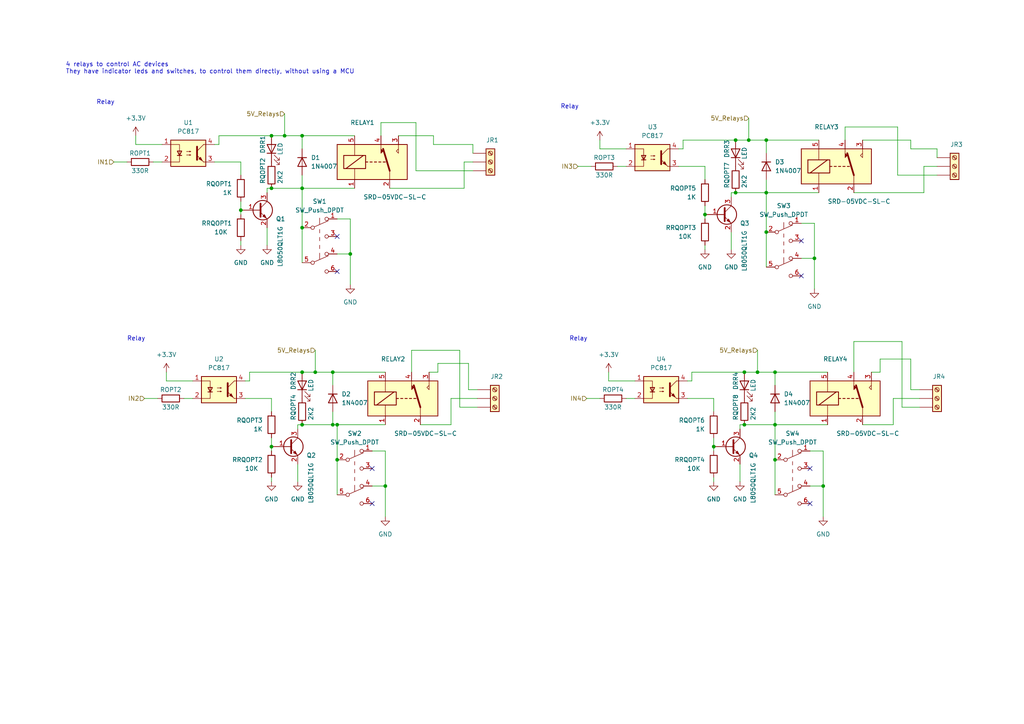
<source format=kicad_sch>
(kicad_sch (version 20211123) (generator eeschema)
  (paper "A4")
  (lib_symbols
    (symbol "Connector:Screw_Terminal_01x03" (pin_numbers hide) (pin_names (offset 1.016) hide)
      (property "Reference" "J" (at 0 5.08 0))
      (property "Value" "Screw_Terminal_01x03" (at 0 -5.08 0))
      (symbol "Screw_Terminal_01x03_1_1"
        (rectangle (start -1.27 3.81) (end 1.27 -3.81) (stroke (width 0.254)) (fill (type background)))
        (circle (center 0 -2.54) (radius 0.635) (stroke (width 0.1524)))
        (polyline (pts (xy -0.5334 -2.2098) (xy 0.3302 -3.048)) (stroke (width 0.1524)))
        (polyline (pts (xy -0.5334 0.3302) (xy 0.3302 -0.508)) (stroke (width 0.1524)))
        (polyline (pts (xy -0.5334 2.8702) (xy 0.3302 2.032)) (stroke (width 0.1524)))
        (polyline (pts (xy -0.3556 -2.032) (xy 0.508 -2.8702)) (stroke (width 0.1524)))
        (polyline (pts (xy -0.3556 0.508) (xy 0.508 -0.3302)) (stroke (width 0.1524)))
        (polyline (pts (xy -0.3556 3.048) (xy 0.508 2.2098)) (stroke (width 0.1524)))
        (circle (center 0 0) (radius 0.635) (stroke (width 0.1524)))
        (circle (center 0 2.54) (radius 0.635) (stroke (width 0.1524)))
        (pin passive line (at -5.08 2.54 0) (length 3.81) (name "Pin_1") (number "1"))
        (pin passive line (at -5.08 0 0) (length 3.81) (name "Pin_2") (number "2"))
        (pin passive line (at -5.08 -2.54 0) (length 3.81) (name "Pin_3") (number "3"))
      )
    )
    (symbol "Device:LED" (pin_numbers hide) (pin_names (offset 1.016) hide)
      (property "Reference" "D" (at 0 2.54 0))
      (property "Value" "LED" (at 0 -2.54 0))
      (symbol "LED_0_1"
        (polyline (pts (xy -1.27 -1.27) (xy -1.27 1.27)) (stroke (width 0.254)))
        (polyline (pts (xy -1.27 0) (xy 1.27 0)))
        (polyline (pts (xy 1.27 -1.27) (xy 1.27 1.27) (xy -1.27 0) (xy 1.27 -1.27)) (stroke (width 0.254)))
        (polyline (pts (xy -3.048 -0.762) (xy -4.572 -2.286) (xy -3.81 -2.286) (xy -4.572 -2.286) (xy -4.572 -1.524)))
        (polyline (pts (xy -1.778 -0.762) (xy -3.302 -2.286) (xy -2.54 -2.286) (xy -3.302 -2.286) (xy -3.302 -1.524)))
      )
      (symbol "LED_1_1"
        (pin passive line (at -3.81 0 0) (length 2.54) (name "K") (number "1"))
        (pin passive line (at 3.81 0 180) (length 2.54) (name "A") (number "2"))
      )
    )
    (symbol "Device:R" (pin_numbers hide) (pin_names (offset 0))
      (property "Reference" "R" (at 2.032 0 90))
      (property "Value" "R" (at 0 0 90))
      (symbol "R_0_1"
        (rectangle (start -1.016 -2.54) (end 1.016 2.54) (stroke (width 0.254)))
      )
      (symbol "R_1_1"
        (pin passive line (at 0 3.81 270) (length 1.27) (name "~") (number "1"))
        (pin passive line (at 0 -3.81 90) (length 1.27) (name "~") (number "2"))
      )
    )
    (symbol "Diode:1N4007" (pin_numbers hide) (pin_names hide)
      (property "Reference" "D" (at 0 2.54 0))
      (property "Value" "1N4007" (at 0 -2.54 0))
      (symbol "1N4007_0_1"
        (polyline (pts (xy -1.27 1.27) (xy -1.27 -1.27)) (stroke (width 0.254)))
        (polyline (pts (xy 1.27 0) (xy -1.27 0)))
        (polyline (pts (xy 1.27 1.27) (xy 1.27 -1.27) (xy -1.27 0) (xy 1.27 1.27)) (stroke (width 0.254)))
      )
      (symbol "1N4007_1_1"
        (pin passive line (at -3.81 0 0) (length 2.54) (name "K") (number "1"))
        (pin passive line (at 3.81 0 180) (length 2.54) (name "A") (number "2"))
      )
    )
    (symbol "Isolator:PC817" (pin_names (offset 1.016))
      (property "Reference" "U" (at -5.08 5.08 0))
      (property "Value" "PC817" (at 0 5.08 0))
      (symbol "PC817_0_1"
        (rectangle (start -5.08 3.81) (end 5.08 -3.81) (stroke (width 0.254)) (fill (type background)))
        (polyline (pts (xy -3.175 -0.635) (xy -1.905 -0.635)) (stroke (width 0.254)))
        (polyline (pts (xy 2.54 0.635) (xy 4.445 2.54)))
        (polyline (pts (xy 4.445 -2.54) (xy 2.54 -0.635)) (fill (type outline)))
        (polyline (pts (xy 4.445 -2.54) (xy 5.08 -2.54)))
        (polyline (pts (xy 4.445 2.54) (xy 5.08 2.54)))
        (polyline (pts (xy -5.08 2.54) (xy -2.54 2.54) (xy -2.54 -0.635)))
        (polyline (pts (xy -2.54 -0.635) (xy -2.54 -2.54) (xy -5.08 -2.54)))
        (polyline (pts (xy 2.54 1.905) (xy 2.54 -1.905) (xy 2.54 -1.905)) (stroke (width 0.508)))
        (polyline (pts (xy -2.54 -0.635) (xy -3.175 0.635) (xy -1.905 0.635) (xy -2.54 -0.635)) (stroke (width 0.254)))
        (polyline (pts (xy -0.508 -0.508) (xy 0.762 -0.508) (xy 0.381 -0.635) (xy 0.381 -0.381) (xy 0.762 -0.508)))
        (polyline (pts (xy -0.508 0.508) (xy 0.762 0.508) (xy 0.381 0.381) (xy 0.381 0.635) (xy 0.762 0.508)))
        (polyline (pts (xy 3.048 -1.651) (xy 3.556 -1.143) (xy 4.064 -2.159) (xy 3.048 -1.651) (xy 3.048 -1.651)) (fill (type outline)))
      )
      (symbol "PC817_1_1"
        (pin passive line (at -7.62 2.54 0) (length 2.54) (name "~") (number "1"))
        (pin passive line (at -7.62 -2.54 0) (length 2.54) (name "~") (number "2"))
        (pin passive line (at 7.62 -2.54 180) (length 2.54) (name "~") (number "3"))
        (pin passive line (at 7.62 2.54 180) (length 2.54) (name "~") (number "4"))
      )
    )
    (symbol "Relay:G5Q-1"
      (property "Reference" "K" (at 11.43 3.81 0))
      (property "Value" "G5Q-1" (at 11.43 1.27 0))
      (symbol "G5Q-1_0_0"
        (polyline (pts (xy 7.62 5.08) (xy 7.62 2.54) (xy 6.985 3.175) (xy 7.62 3.81)))
      )
      (symbol "G5Q-1_0_1"
        (rectangle (start -10.16 5.08) (end 10.16 -5.08) (stroke (width 0.254)) (fill (type background)))
        (rectangle (start -8.255 1.905) (end -1.905 -1.905) (stroke (width 0.254)))
        (polyline (pts (xy -7.62 -1.905) (xy -2.54 1.905)) (stroke (width 0.254)))
        (polyline (pts (xy -5.08 -5.08) (xy -5.08 -1.905)))
        (polyline (pts (xy -5.08 5.08) (xy -5.08 1.905)))
        (polyline (pts (xy -1.905 0) (xy -1.27 0)) (stroke (width 0.254)))
        (polyline (pts (xy -0.635 0) (xy 0 0)) (stroke (width 0.254)))
        (polyline (pts (xy 0.635 0) (xy 1.27 0)) (stroke (width 0.254)))
        (polyline (pts (xy 1.905 0) (xy 2.54 0)) (stroke (width 0.254)))
        (polyline (pts (xy 3.175 0) (xy 3.81 0)) (stroke (width 0.254)))
        (polyline (pts (xy 5.08 -2.54) (xy 3.175 3.81)) (stroke (width 0.508)))
        (polyline (pts (xy 5.08 -2.54) (xy 5.08 -5.08)))
        (polyline (pts (xy 2.54 5.08) (xy 2.54 2.54) (xy 3.175 3.175) (xy 2.54 3.81)) (fill (type outline)))
      )
      (symbol "G5Q-1_1_1"
        (pin passive line (at -5.08 -7.62 90) (length 2.54) (name "~") (number "1"))
        (pin passive line (at 5.08 -7.62 90) (length 2.54) (name "~") (number "2"))
        (pin passive line (at 7.62 7.62 270) (length 2.54) (name "~") (number "3"))
        (pin passive line (at 2.54 7.62 270) (length 2.54) (name "~") (number "4"))
        (pin passive line (at -5.08 7.62 270) (length 2.54) (name "~") (number "5"))
      )
    )
    (symbol "Switch:SW_Push_DPDT" (pin_names (offset 0) hide)
      (property "Reference" "SW" (at 0 8.89 0))
      (property "Value" "SW_Push_DPDT" (at 0 -10.16 0))
      (symbol "SW_Push_DPDT_0_0"
        (circle (center -2.032 -5.08) (radius 0.508))
        (circle (center -2.032 5.08) (radius 0.508))
        (circle (center 2.032 -7.62) (radius 0.508))
        (circle (center 2.032 2.54) (radius 0.508))
      )
      (symbol "SW_Push_DPDT_0_1"
        (polyline (pts (xy -1.524 -4.826) (xy 2.54 -3.048)))
        (polyline (pts (xy -1.524 5.334) (xy 2.54 7.112)))
        (polyline (pts (xy 0 -2.286) (xy 0 -4.064)))
        (polyline (pts (xy 0 -1.016) (xy 0 0)))
        (polyline (pts (xy 0 1.27) (xy 0 2.286)))
        (polyline (pts (xy 0 3.556) (xy 0 4.572)))
        (polyline (pts (xy 0 7.874) (xy 0 6.096)))
        (circle (center 2.032 -2.54) (radius 0.508))
        (circle (center 2.032 7.62) (radius 0.508))
      )
      (symbol "SW_Push_DPDT_1_1"
        (pin passive line (at 5.08 7.62 180) (length 2.54) (name "A") (number "1"))
        (pin passive line (at -5.08 5.08 0) (length 2.54) (name "B") (number "2"))
        (pin passive line (at 5.08 2.54 180) (length 2.54) (name "C") (number "3"))
        (pin passive line (at 5.08 -2.54 180) (length 2.54) (name "A") (number "4"))
        (pin passive line (at -5.08 -5.08 0) (length 2.54) (name "B") (number "5"))
        (pin passive line (at 5.08 -7.62 180) (length 2.54) (name "C") (number "6"))
      )
    )
    (symbol "Transistor_BJT:BC848W" (pin_names (offset 0) hide)
      (property "Reference" "Q" (at 5.08 1.905 0))
      (property "Value" "BC848W" (at 5.08 0 0))
      (symbol "BC848W_0_1"
        (polyline (pts (xy 0.635 0.635) (xy 2.54 2.54)))
        (polyline (pts (xy 0.635 -0.635) (xy 2.54 -2.54) (xy 2.54 -2.54)))
        (polyline (pts (xy 0.635 1.905) (xy 0.635 -1.905) (xy 0.635 -1.905)) (stroke (width 0.508)))
        (polyline (pts (xy 1.27 -1.778) (xy 1.778 -1.27) (xy 2.286 -2.286) (xy 1.27 -1.778) (xy 1.27 -1.778)) (fill (type outline)))
        (circle (center 1.27 0) (radius 2.8194) (stroke (width 0.254)))
      )
      (symbol "BC848W_1_1"
        (pin input line (at -5.08 0 0) (length 5.715) (name "B") (number "1"))
        (pin passive line (at 2.54 -5.08 90) (length 2.54) (name "E") (number "2"))
        (pin passive line (at 2.54 5.08 270) (length 2.54) (name "C") (number "3"))
      )
    )
    (symbol "power:+3.3V" (power) (pin_names (offset 0))
      (property "Value" "+3.3V" (at 0 3.556 0))
      (symbol "+3.3V_0_1"
        (polyline (pts (xy -0.762 1.27) (xy 0 2.54)))
        (polyline (pts (xy 0 0) (xy 0 2.54)))
        (polyline (pts (xy 0 2.54) (xy 0.762 1.27)))
      )
      (symbol "+3.3V_1_1"
        (pin power_in line (at 0 0 90) (length 0) hide (name "+3.3V") (number "1"))
      )
    )
    (symbol "power:GND" (power) (pin_names (offset 0))
      (property "Value" "GND" (at 0 -3.81 0))
      (symbol "GND_0_1"
        (polyline (pts (xy 0 0) (xy 0 -1.27) (xy 1.27 -1.27) (xy 0 -2.54) (xy -1.27 -1.27) (xy 0 -1.27)))
      )
      (symbol "GND_1_1"
        (pin power_in line (at 0 0 270) (length 0) hide (name "GND") (number "1"))
      )
    )
  )
  (junction (at 69.85 60.96))
  (junction (at 97.79 123.19))
  (junction (at 222.25 40.64))
  (junction (at 87.63 39.37))
  (junction (at 96.52 107.95))
  (junction (at 222.25 67.31))
  (junction (at 87.63 54.61))
  (junction (at 97.79 133.35))
  (junction (at 217.17 40.64))
  (junction (at 82.55 39.37))
  (junction (at 96.52 123.19))
  (junction (at 222.25 55.88))
  (junction (at 87.63 107.95))
  (junction (at 224.79 133.35))
  (junction (at 215.9 107.95))
  (junction (at 204.47 62.23))
  (junction (at 238.76 140.97))
  (junction (at 87.63 123.19))
  (junction (at 213.36 40.64))
  (junction (at 224.79 107.95))
  (junction (at 87.63 66.04))
  (junction (at 215.9 123.19))
  (junction (at 111.76 140.97))
  (junction (at 78.74 54.61))
  (junction (at 236.22 74.93))
  (junction (at 213.36 55.88))
  (junction (at 78.74 129.54))
  (junction (at 207.01 129.54))
  (junction (at 78.74 39.37))
  (junction (at 224.79 123.19))
  (junction (at 91.44 107.95))
  (junction (at 101.6 73.66))
  (junction (at 219.71 107.95))
  (no_connect (at 232.41 69.85))
  (no_connect (at 234.95 146.05))
  (no_connect (at 234.95 135.89))
  (no_connect (at 232.41 80.01))
  (no_connect (at 107.95 146.05))
  (no_connect (at 107.95 135.89))
  (no_connect (at 97.79 68.58))
  (no_connect (at 97.79 78.74))
  (wire (pts (xy 259.08 123.19) (xy 259.08 115.57)))
  (wire (pts (xy 101.6 63.5) (xy 101.6 73.66)))
  (wire (pts (xy 48.26 110.49) (xy 55.88 110.49)))
  (wire (pts (xy 87.63 54.61) (xy 102.87 54.61)))
  (wire (pts (xy 217.17 40.64) (xy 222.25 40.64)))
  (wire (pts (xy 97.79 123.19) (xy 111.76 123.19)))
  (wire (pts (xy 255.27 104.14) (xy 255.27 107.95)))
  (wire (pts (xy 261.62 99.06) (xy 261.62 118.11)))
  (wire (pts (xy 247.65 99.06) (xy 247.65 107.95)))
  (wire (pts (xy 245.11 40.64) (xy 245.11 36.83)))
  (wire (pts (xy 173.99 40.64) (xy 173.99 43.18)))
  (wire (pts (xy 127 107.95) (xy 127 105.41)))
  (wire (pts (xy 207.01 119.38) (xy 207.01 115.57)))
  (wire (pts (xy 247.65 99.06) (xy 261.62 99.06)))
  (wire (pts (xy 222.25 55.88) (xy 222.25 67.31)))
  (wire (pts (xy 173.99 43.18) (xy 181.61 43.18)))
  (wire (pts (xy 78.74 127) (xy 78.74 129.54)))
  (wire (pts (xy 224.79 123.19) (xy 215.9 123.19)))
  (wire (pts (xy 170.18 115.57) (xy 173.99 115.57)))
  (wire (pts (xy 204.47 52.07) (xy 204.47 48.26)))
  (wire (pts (xy 204.47 59.69) (xy 204.47 62.23)))
  (wire (pts (xy 224.79 123.19) (xy 240.03 123.19)))
  (wire (pts (xy 133.35 101.6) (xy 133.35 118.11)))
  (wire (pts (xy 250.19 123.19) (xy 259.08 123.19)))
  (wire (pts (xy 86.36 134.62) (xy 86.36 139.7)))
  (wire (pts (xy 111.76 107.95) (xy 96.52 107.95)))
  (wire (pts (xy 97.79 123.19) (xy 97.79 133.35)))
  (wire (pts (xy 102.87 39.37) (xy 87.63 39.37)))
  (wire (pts (xy 222.25 52.07) (xy 222.25 55.88)))
  (wire (pts (xy 120.65 49.53) (xy 137.16 49.53)))
  (wire (pts (xy 271.78 43.18) (xy 271.78 45.72)))
  (wire (pts (xy 91.44 101.6) (xy 91.44 107.95)))
  (wire (pts (xy 250.19 40.64) (xy 264.16 40.64)))
  (wire (pts (xy 39.37 41.91) (xy 46.99 41.91)))
  (wire (pts (xy 69.85 71.12) (xy 69.85 69.85)))
  (wire (pts (xy 238.76 140.97) (xy 238.76 149.86)))
  (wire (pts (xy 135.89 105.41) (xy 135.89 113.03)))
  (wire (pts (xy 264.16 104.14) (xy 264.16 113.03)))
  (wire (pts (xy 238.76 130.81) (xy 234.95 130.81)))
  (wire (pts (xy 87.63 50.8) (xy 87.63 54.61)))
  (wire (pts (xy 33.02 46.99) (xy 36.83 46.99)))
  (wire (pts (xy 97.79 133.35) (xy 97.79 143.51)))
  (wire (pts (xy 199.39 110.49) (xy 200.66 110.49)))
  (wire (pts (xy 222.25 40.64) (xy 222.25 44.45)))
  (wire (pts (xy 125.73 41.91) (xy 137.16 41.91)))
  (wire (pts (xy 63.5 39.37) (xy 63.5 41.91)))
  (wire (pts (xy 130.81 123.19) (xy 130.81 115.57)))
  (wire (pts (xy 121.92 123.19) (xy 130.81 123.19)))
  (wire (pts (xy 44.45 46.99) (xy 46.99 46.99)))
  (wire (pts (xy 224.79 119.38) (xy 224.79 123.19)))
  (wire (pts (xy 204.47 72.39) (xy 204.47 71.12)))
  (wire (pts (xy 247.65 55.88) (xy 267.97 55.88)))
  (wire (pts (xy 267.97 48.26) (xy 267.97 55.88)))
  (wire (pts (xy 260.35 50.8) (xy 271.78 50.8)))
  (wire (pts (xy 134.62 46.99) (xy 137.16 46.99)))
  (wire (pts (xy 204.47 62.23) (xy 204.47 63.5)))
  (wire (pts (xy 41.91 115.57) (xy 45.72 115.57)))
  (wire (pts (xy 137.16 44.45) (xy 137.16 41.91)))
  (wire (pts (xy 181.61 115.57) (xy 184.15 115.57)))
  (wire (pts (xy 222.25 55.88) (xy 237.49 55.88)))
  (wire (pts (xy 207.01 139.7) (xy 207.01 138.43)))
  (wire (pts (xy 111.76 140.97) (xy 111.76 149.86)))
  (wire (pts (xy 87.63 54.61) (xy 87.63 66.04)))
  (wire (pts (xy 198.12 40.64) (xy 198.12 43.18)))
  (wire (pts (xy 260.35 50.8) (xy 260.35 36.83)))
  (wire (pts (xy 222.25 55.88) (xy 213.36 55.88)))
  (wire (pts (xy 135.89 105.41) (xy 127 105.41)))
  (wire (pts (xy 87.63 54.61) (xy 78.74 54.61)))
  (wire (pts (xy 134.62 46.99) (xy 134.62 54.61)))
  (wire (pts (xy 78.74 119.38) (xy 78.74 115.57)))
  (wire (pts (xy 119.38 101.6) (xy 119.38 107.95)))
  (wire (pts (xy 96.52 123.19) (xy 87.63 123.19)))
  (wire (pts (xy 48.26 107.95) (xy 48.26 110.49)))
  (wire (pts (xy 215.9 123.19) (xy 214.63 123.19)))
  (wire (pts (xy 87.63 123.19) (xy 86.36 123.19)))
  (wire (pts (xy 167.64 48.26) (xy 171.45 48.26)))
  (wire (pts (xy 240.03 107.95) (xy 224.79 107.95)))
  (wire (pts (xy 39.37 39.37) (xy 39.37 41.91)))
  (wire (pts (xy 219.71 107.95) (xy 224.79 107.95)))
  (wire (pts (xy 238.76 130.81) (xy 238.76 140.97)))
  (wire (pts (xy 87.63 107.95) (xy 91.44 107.95)))
  (wire (pts (xy 236.22 74.93) (xy 236.22 83.82)))
  (wire (pts (xy 213.36 40.64) (xy 217.17 40.64)))
  (wire (pts (xy 212.09 55.88) (xy 212.09 57.15)))
  (wire (pts (xy 87.63 66.04) (xy 87.63 76.2)))
  (wire (pts (xy 77.47 66.04) (xy 77.47 71.12)))
  (wire (pts (xy 224.79 107.95) (xy 224.79 111.76)))
  (wire (pts (xy 179.07 48.26) (xy 181.61 48.26)))
  (wire (pts (xy 224.79 133.35) (xy 224.79 143.51)))
  (wire (pts (xy 215.9 107.95) (xy 219.71 107.95)))
  (wire (pts (xy 107.95 140.97) (xy 111.76 140.97)))
  (wire (pts (xy 214.63 134.62) (xy 214.63 139.7)))
  (wire (pts (xy 69.85 60.96) (xy 69.85 62.23)))
  (wire (pts (xy 69.85 46.99) (xy 62.23 46.99)))
  (wire (pts (xy 78.74 39.37) (xy 82.55 39.37)))
  (wire (pts (xy 120.65 49.53) (xy 120.65 35.56)))
  (wire (pts (xy 245.11 36.83) (xy 260.35 36.83)))
  (wire (pts (xy 176.53 110.49) (xy 184.15 110.49)))
  (wire (pts (xy 234.95 140.97) (xy 238.76 140.97)))
  (wire (pts (xy 113.03 54.61) (xy 134.62 54.61)))
  (wire (pts (xy 219.71 101.6) (xy 219.71 107.95)))
  (wire (pts (xy 101.6 73.66) (xy 101.6 82.55)))
  (wire (pts (xy 69.85 58.42) (xy 69.85 60.96)))
  (wire (pts (xy 130.81 115.57) (xy 138.43 115.57)))
  (wire (pts (xy 71.12 110.49) (xy 72.39 110.49)))
  (wire (pts (xy 96.52 119.38) (xy 96.52 123.19)))
  (wire (pts (xy 78.74 115.57) (xy 71.12 115.57)))
  (wire (pts (xy 213.36 40.64) (xy 198.12 40.64)))
  (wire (pts (xy 78.74 39.37) (xy 63.5 39.37)))
  (wire (pts (xy 72.39 107.95) (xy 72.39 110.49)))
  (wire (pts (xy 78.74 54.61) (xy 77.47 54.61)))
  (wire (pts (xy 236.22 64.77) (xy 236.22 74.93)))
  (wire (pts (xy 124.46 107.95) (xy 127 107.95)))
  (wire (pts (xy 96.52 123.19) (xy 97.79 123.19)))
  (wire (pts (xy 77.47 54.61) (xy 77.47 55.88)))
  (wire (pts (xy 97.79 73.66) (xy 101.6 73.66)))
  (wire (pts (xy 271.78 43.18) (xy 264.16 43.18)))
  (wire (pts (xy 53.34 115.57) (xy 55.88 115.57)))
  (wire (pts (xy 96.52 107.95) (xy 96.52 111.76)))
  (wire (pts (xy 111.76 130.81) (xy 107.95 130.81)))
  (wire (pts (xy 207.01 129.54) (xy 207.01 130.81)))
  (wire (pts (xy 207.01 127) (xy 207.01 129.54)))
  (wire (pts (xy 115.57 39.37) (xy 125.73 39.37)))
  (wire (pts (xy 236.22 64.77) (xy 232.41 64.77)))
  (wire (pts (xy 125.73 39.37) (xy 125.73 41.91)))
  (wire (pts (xy 267.97 48.26) (xy 271.78 48.26)))
  (wire (pts (xy 212.09 67.31) (xy 212.09 72.39)))
  (wire (pts (xy 215.9 107.95) (xy 200.66 107.95)))
  (wire (pts (xy 224.79 123.19) (xy 224.79 133.35)))
  (wire (pts (xy 78.74 129.54) (xy 78.74 130.81)))
  (wire (pts (xy 82.55 33.02) (xy 82.55 39.37)))
  (wire (pts (xy 261.62 118.11) (xy 266.7 118.11)))
  (wire (pts (xy 200.66 107.95) (xy 200.66 110.49)))
  (wire (pts (xy 204.47 48.26) (xy 196.85 48.26)))
  (wire (pts (xy 222.25 67.31) (xy 222.25 77.47)))
  (wire (pts (xy 111.76 130.81) (xy 111.76 140.97)))
  (wire (pts (xy 214.63 123.19) (xy 214.63 124.46)))
  (wire (pts (xy 255.27 107.95) (xy 252.73 107.95)))
  (wire (pts (xy 119.38 101.6) (xy 133.35 101.6)))
  (wire (pts (xy 196.85 43.18) (xy 198.12 43.18)))
  (wire (pts (xy 133.35 118.11) (xy 138.43 118.11)))
  (wire (pts (xy 110.49 35.56) (xy 120.65 35.56)))
  (wire (pts (xy 101.6 63.5) (xy 97.79 63.5)))
  (wire (pts (xy 87.63 107.95) (xy 72.39 107.95)))
  (wire (pts (xy 264.16 104.14) (xy 255.27 104.14)))
  (wire (pts (xy 138.43 113.03) (xy 135.89 113.03)))
  (wire (pts (xy 232.41 74.93) (xy 236.22 74.93)))
  (wire (pts (xy 176.53 107.95) (xy 176.53 110.49)))
  (wire (pts (xy 82.55 39.37) (xy 87.63 39.37)))
  (wire (pts (xy 69.85 50.8) (xy 69.85 46.99)))
  (wire (pts (xy 110.49 39.37) (xy 110.49 35.56)))
  (wire (pts (xy 78.74 139.7) (xy 78.74 138.43)))
  (wire (pts (xy 266.7 113.03) (xy 264.16 113.03)))
  (wire (pts (xy 259.08 115.57) (xy 266.7 115.57)))
  (wire (pts (xy 217.17 34.29) (xy 217.17 40.64)))
  (wire (pts (xy 237.49 40.64) (xy 222.25 40.64)))
  (wire (pts (xy 87.63 39.37) (xy 87.63 43.18)))
  (wire (pts (xy 86.36 123.19) (xy 86.36 124.46)))
  (wire (pts (xy 62.23 41.91) (xy 63.5 41.91)))
  (wire (pts (xy 264.16 40.64) (xy 264.16 43.18)))
  (wire (pts (xy 213.36 55.88) (xy 212.09 55.88)))
  (wire (pts (xy 207.01 115.57) (xy 199.39 115.57)))
  (wire (pts (xy 91.44 107.95) (xy 96.52 107.95)))
  (text "Relay" (at 27.94 30.48 0) (effects (font (size 1.27 1.27)) (justify left bottom)))
  (text "Relay" (at 165.1 99.06 0) (effects (font (size 1.27 1.27)) (justify left bottom)))
  (text "4 relays to control AC devices\nThey have indicator leds and switches, to control them directly, without using a MCU" (at 19.05 21.59 0) (effects (font (size 1.27 1.27)) (justify left bottom)))
  (text "Relay" (at 162.56 31.75 0) (effects (font (size 1.27 1.27)) (justify left bottom)))
  (text "Relay" (at 36.83 99.06 0) (effects (font (size 1.27 1.27)) (justify left bottom)))
  (hierarchical_label "5V_Relays" (shape input) (at 91.44 101.6 180))
  (hierarchical_label "5V_Relays" (shape input) (at 82.55 33.02 180))
  (hierarchical_label "IN2" (shape input) (at 41.91 115.57 180))
  (hierarchical_label "IN1" (shape input) (at 33.02 46.99 180))
  (hierarchical_label "5V_Relays" (shape input) (at 217.17 34.29 180))
  (hierarchical_label "5V_Relays" (shape input) (at 219.71 101.6 180))
  (hierarchical_label "IN4" (shape input) (at 170.18 115.57 180))
  (hierarchical_label "IN3" (shape input) (at 167.64 48.26 180))
  (symbol (lib_id "Connector:Screw_Terminal_01x03") (at 271.78 115.57 0) (unit 1)
    (property "Reference" "JR4" (at 270.51 109.22 0) (effects (justify left)))
    (property "Value" "Screw_Terminal_01x03" (effects hide))
    (property "Footprint" "Screw-3-pin:Screw-3-pin-conn" (effects hide))
  )
  (symbol (lib_id "Connector:Screw_Terminal_01x03") (at 142.24 46.99 0) (unit 1)
    (property "Reference" "JR1" (at 140.97 40.64 0) (effects (justify left)))
    (property "Value" "Screw_Terminal_01x03" (effects hide))
    (property "Footprint" "Screw-3-pin:Screw-3-pin-conn" (effects hide))
  )
  (symbol (lib_id "power:GND") (at 207.01 139.7 0) (unit 1)
    (property "Reference" "#PWR0128" (effects hide))
    (property "Value" "GND" (at 207.01 144.78 0))
  )
  (symbol (lib_id "power:GND") (at 236.22 83.82 0) (unit 1)
    (property "Reference" "#PWR0123" (effects hide))
    (property "Value" "GND" (at 236.22 88.9 0))
  )
  (symbol (lib_id "Diode:1N4007") (at 222.25 48.26 270) (unit 1)
    (property "Reference" "D3" (at 224.79 46.9899 90) (effects (justify left)))
    (property "Value" "1N4007" (at 224.79 49.5299 90) (effects (justify left)))
    (property "Footprint" "Diode_SMD:D_SMA" (effects hide))
    (property "Datasheet" "http://www.vishay.com/docs/88503/1n4001.pdf" (effects hide))
  )
  (symbol (lib_id "Isolator:PC817") (at 54.61 44.45 0) (unit 1)
    (property "Reference" "U1" (at 54.61 35.56 0))
    (property "Value" "PC817" (at 54.61 38.1 0))
    (property "Footprint" "Package_SO:SOP-4_3.8x4.1mm_P2.54mm" (effects hide))
    (property "Datasheet" "http://www.soselectronic.cz/a_info/resource/d/pc817.pdf" (effects hide))
  )
  (symbol (lib_id "Device:R") (at 49.53 115.57 90) (unit 1)
    (property "Reference" "ROPT2" (at 49.53 113.03 90))
    (property "Value" "330R" (at 49.53 118.11 90))
    (property "Footprint" "Resistor_SMD:R_0805_2012Metric" (effects hide))
  )
  (symbol (lib_id "Isolator:PC817") (at 63.5 113.03 0) (unit 1)
    (property "Reference" "U2" (at 63.5 104.14 0))
    (property "Value" "PC817" (at 63.5 106.68 0))
    (property "Footprint" "Package_SO:SOP-4_3.8x4.1mm_P2.54mm" (effects hide))
    (property "Datasheet" "http://www.soselectronic.cz/a_info/resource/d/pc817.pdf" (effects hide))
  )
  (symbol (lib_id "Device:R") (at 204.47 67.31 0) (unit 1)
    (property "Reference" "RRQOPT3" (at 201.93 66.04 0) (effects (justify right)))
    (property "Value" "10K" (at 200.66 68.58 0) (effects (justify right)))
    (property "Footprint" "Resistor_SMD:R_0805_2012Metric" (effects hide))
  )
  (symbol (lib_id "Device:R") (at 175.26 48.26 90) (unit 1)
    (property "Reference" "ROPT3" (at 175.26 45.72 90))
    (property "Value" "330R" (at 175.26 50.8 90))
    (property "Footprint" "Resistor_SMD:R_0805_2012Metric" (effects hide))
  )
  (symbol (lib_id "Isolator:PC817") (at 189.23 45.72 0) (unit 1)
    (property "Reference" "U3" (at 189.23 36.83 0))
    (property "Value" "PC817" (at 189.23 39.37 0))
    (property "Footprint" "Package_SO:SOP-4_3.8x4.1mm_P2.54mm" (effects hide))
    (property "Datasheet" "http://www.soselectronic.cz/a_info/resource/d/pc817.pdf" (effects hide))
  )
  (symbol (lib_id "Device:R") (at 207.01 123.19 0) (mirror x) (unit 1)
    (property "Reference" "RQOPT6" (at 204.47 121.9199 0) (effects (justify right)))
    (property "Value" "1K" (at 204.47 124.4599 0) (effects (justify right)))
    (property "Footprint" "Resistor_SMD:R_0805_2012Metric" (effects hide))
  )
  (symbol (lib_id "Transistor_BJT:BC848W") (at 74.93 60.96 0) (unit 1)
    (property "Reference" "Q1" (at 80.01 63.5 0) (effects (justify left)))
    (property "Value" "L8050QLT1G" (at 81.28 77.47 90) (effects (justify left)))
    (property "Footprint" "Package_TO_SOT_SMD:SOT-23" (effects hide))
    (property "Datasheet" "https://datasheet.lcsc.com/lcsc/1809051326_LRC-L8050QLT1G_C49581.pdf" (effects hide))
  )
  (symbol (lib_id "Device:R") (at 204.47 55.88 0) (mirror x) (unit 1)
    (property "Reference" "RQOPT5" (at 201.93 54.6099 0) (effects (justify right)))
    (property "Value" "1K" (at 201.93 57.1499 0) (effects (justify right)))
    (property "Footprint" "Resistor_SMD:R_0805_2012Metric" (effects hide))
  )
  (symbol (lib_id "Device:R") (at 177.8 115.57 90) (unit 1)
    (property "Reference" "ROPT4" (at 177.8 113.03 90))
    (property "Value" "330R" (at 177.8 118.11 90))
    (property "Footprint" "Resistor_SMD:R_0805_2012Metric" (effects hide))
  )
  (symbol (lib_id "Relay:G5Q-1") (at 107.95 46.99 0) (unit 1)
    (property "Reference" "RELAY1" (at 101.6 35.56 0) (effects (justify left)))
    (property "Value" "SRD-05VDC-SL-C" (at 105.41 57.15 0) (effects (justify left)))
    (property "Footprint" "Relay-SRD-05VDC-SL-C:Relay_T75" (effects hide))
    (property "Datasheet" "https://datasheet.lcsc.com/lcsc/1811021933_Ningbo-Songle-Relay-SRD-05VDC-SL-C_C35449.pdf" (effects hide))
  )
  (symbol (lib_id "power:GND") (at 238.76 149.86 0) (unit 1)
    (property "Reference" "#PWR0124" (effects hide))
    (property "Value" "GND" (at 238.76 154.94 0))
  )
  (symbol (lib_id "Relay:G5Q-1") (at 116.84 115.57 0) (unit 1)
    (property "Reference" "RELAY2" (at 110.49 104.14 0) (effects (justify left)))
    (property "Value" "SRD-05VDC-SL-C" (at 114.3 125.73 0) (effects (justify left)))
    (property "Footprint" "Relay-SRD-05VDC-SL-C:Relay_T75" (effects hide))
    (property "Datasheet" "https://datasheet.lcsc.com/lcsc/1811021933_Ningbo-Songle-Relay-SRD-05VDC-SL-C_C35449.pdf" (effects hide))
  )
  (symbol (lib_id "Device:R") (at 87.63 119.38 0) (mirror x) (unit 1)
    (property "Reference" "RQOPT4" (at 85.09 121.92 90) (effects (justify right)))
    (property "Value" "2K2" (at 90.17 121.92 90) (effects (justify right)))
    (property "Footprint" "Resistor_SMD:R_0805_2012Metric" (effects hide))
  )
  (symbol (lib_id "Connector:Screw_Terminal_01x03") (at 143.51 115.57 0) (unit 1)
    (property "Reference" "JR2" (at 142.24 109.22 0) (effects (justify left)))
    (property "Value" "Screw_Terminal_01x03" (effects hide))
    (property "Footprint" "Screw-3-pin:Screw-3-pin-conn" (effects hide))
  )
  (symbol (lib_id "power:+3.3V") (at 48.26 107.95 0) (unit 1)
    (property "Reference" "#PWR0113" (effects hide))
    (property "Value" "+3.3V" (at 48.26 102.87 0))
  )
  (symbol (lib_id "power:GND") (at 78.74 139.7 0) (unit 1)
    (property "Reference" "#PWR0126" (effects hide))
    (property "Value" "GND" (at 78.74 144.78 0))
  )
  (symbol (lib_id "Diode:1N4007") (at 87.63 46.99 270) (unit 1)
    (property "Reference" "D1" (at 90.17 45.7199 90) (effects (justify left)))
    (property "Value" "1N4007" (at 90.17 48.2599 90) (effects (justify left)))
    (property "Footprint" "Diode_SMD:D_SMA" (effects hide))
    (property "Datasheet" "http://www.vishay.com/docs/88503/1n4001.pdf" (effects hide))
  )
  (symbol (lib_id "Device:R") (at 215.9 119.38 0) (mirror x) (unit 1)
    (property "Reference" "RQOPT8" (at 213.36 121.92 90) (effects (justify right)))
    (property "Value" "2K2" (at 218.44 121.92 90) (effects (justify right)))
    (property "Footprint" "Resistor_SMD:R_0805_2012Metric" (effects hide))
  )
  (symbol (lib_id "Device:R") (at 213.36 52.07 0) (mirror x) (unit 1)
    (property "Reference" "RQOPT7" (at 210.82 54.61 90) (effects (justify right)))
    (property "Value" "2K2" (at 215.9 54.61 90) (effects (justify right)))
    (property "Footprint" "Resistor_SMD:R_0805_2012Metric" (effects hide))
  )
  (symbol (lib_id "Diode:1N4007") (at 224.79 115.57 270) (unit 1)
    (property "Reference" "D4" (at 227.33 114.2999 90) (effects (justify left)))
    (property "Value" "1N4007" (at 227.33 116.8399 90) (effects (justify left)))
    (property "Footprint" "Diode_SMD:D_SMA" (effects hide))
    (property "Datasheet" "http://www.vishay.com/docs/88503/1n4001.pdf" (effects hide))
  )
  (symbol (lib_id "power:+3.3V") (at 173.99 40.64 0) (unit 1)
    (property "Reference" "#PWR0119" (effects hide))
    (property "Value" "+3.3V" (at 173.99 35.56 0))
  )
  (symbol (lib_id "Transistor_BJT:BC848W") (at 83.82 129.54 0) (unit 1)
    (property "Reference" "Q2" (at 88.9 132.08 0) (effects (justify left)))
    (property "Value" "L8050QLT1G" (at 90.17 146.05 90) (effects (justify left)))
    (property "Footprint" "Package_TO_SOT_SMD:SOT-23" (effects hide))
    (property "Datasheet" "https://datasheet.lcsc.com/lcsc/1809051326_LRC-L8050QLT1G_C49581.pdf" (effects hide))
  )
  (symbol (lib_id "power:GND") (at 86.36 139.7 0) (unit 1)
    (property "Reference" "#PWR0125" (effects hide))
    (property "Value" "GND" (at 86.36 144.78 0))
  )
  (symbol (lib_id "Transistor_BJT:BC848W") (at 209.55 62.23 0) (unit 1)
    (property "Reference" "Q3" (at 214.63 64.77 0) (effects (justify left)))
    (property "Value" "L8050QLT1G" (at 215.9 78.74 90) (effects (justify left)))
    (property "Footprint" "Package_TO_SOT_SMD:SOT-23" (effects hide))
    (property "Datasheet" "https://datasheet.lcsc.com/lcsc/1809051326_LRC-L8050QLT1G_C49581.pdf" (effects hide))
  )
  (symbol (lib_id "power:GND") (at 214.63 139.7 0) (unit 1)
    (property "Reference" "#PWR0129" (effects hide))
    (property "Value" "GND" (at 214.63 144.78 0))
  )
  (symbol (lib_id "Device:LED") (at 78.74 43.18 90) (unit 1)
    (property "Reference" "DRR1" (at 76.2 41.91 0))
    (property "Value" "LED" (at 81.28 43.18 0))
    (property "Footprint" "LED_SMD:LED_0805_2012Metric" (effects hide))
  )
  (symbol (lib_id "Isolator:PC817") (at 191.77 113.03 0) (unit 1)
    (property "Reference" "U4" (at 191.77 104.14 0))
    (property "Value" "PC817" (at 191.77 106.68 0))
    (property "Footprint" "Package_SO:SOP-4_3.8x4.1mm_P2.54mm" (effects hide))
    (property "Datasheet" "http://www.soselectronic.cz/a_info/resource/d/pc817.pdf" (effects hide))
  )
  (symbol (lib_id "Connector:Screw_Terminal_01x03") (at 276.86 48.26 0) (unit 1)
    (property "Reference" "JR3" (at 275.59 41.91 0) (effects (justify left)))
    (property "Value" "Screw_Terminal_01x03" (effects hide))
    (property "Footprint" "Screw-3-pin:Screw-3-pin-conn" (effects hide))
  )
  (symbol (lib_id "Switch:SW_Push_DPDT") (at 102.87 138.43 0) (unit 1)
    (property "Reference" "SW2" (at 102.87 125.73 0))
    (property "Value" "SW_Push_DPDT" (at 102.87 128.27 0))
    (property "Footprint" "Screw-3-pin:switch-dpdt" (effects hide))
  )
  (symbol (lib_id "Device:R") (at 78.74 50.8 0) (mirror x) (unit 1)
    (property "Reference" "RQOPT2" (at 76.2 53.34 90) (effects (justify right)))
    (property "Value" "2K2" (at 81.28 53.34 90) (effects (justify right)))
    (property "Footprint" "Resistor_SMD:R_0805_2012Metric" (effects hide))
  )
  (symbol (lib_id "Device:LED") (at 213.36 44.45 90) (unit 1)
    (property "Reference" "DRR3" (at 210.82 43.18 0))
    (property "Value" "LED" (at 215.9 44.45 0))
    (property "Footprint" "LED_SMD:LED_0805_2012Metric" (effects hide))
  )
  (symbol (lib_id "Device:LED") (at 215.9 111.76 90) (unit 1)
    (property "Reference" "DRR4" (at 213.36 110.49 0))
    (property "Value" "LED" (at 218.44 111.76 0))
    (property "Footprint" "LED_SMD:LED_0805_2012Metric" (effects hide))
  )
  (symbol (lib_id "power:GND") (at 101.6 82.55 0) (unit 1)
    (property "Reference" "#PWR0118" (effects hide))
    (property "Value" "GND" (at 101.6 87.63 0))
  )
  (symbol (lib_id "power:GND") (at 77.47 71.12 0) (unit 1)
    (property "Reference" "#PWR0111" (effects hide))
    (property "Value" "GND" (at 77.47 76.2 0))
  )
  (symbol (lib_id "power:GND") (at 69.85 71.12 0) (unit 1)
    (property "Reference" "#PWR0112" (effects hide))
    (property "Value" "GND" (at 69.85 76.2 0))
  )
  (symbol (lib_id "power:GND") (at 204.47 72.39 0) (unit 1)
    (property "Reference" "#PWR0121" (effects hide))
    (property "Value" "GND" (at 204.47 77.47 0))
  )
  (symbol (lib_id "Device:R") (at 69.85 66.04 0) (unit 1)
    (property "Reference" "RRQOPT1" (at 67.31 64.77 0) (effects (justify right)))
    (property "Value" "10K" (at 66.04 67.31 0) (effects (justify right)))
    (property "Footprint" "Resistor_SMD:R_0805_2012Metric" (effects hide))
  )
  (symbol (lib_id "Device:R") (at 78.74 134.62 0) (unit 1)
    (property "Reference" "RRQOPT2" (at 76.2 133.35 0) (effects (justify right)))
    (property "Value" "10K" (at 74.93 135.89 0) (effects (justify right)))
    (property "Footprint" "Resistor_SMD:R_0805_2012Metric" (effects hide))
  )
  (symbol (lib_id "power:GND") (at 212.09 72.39 0) (unit 1)
    (property "Reference" "#PWR0120" (effects hide))
    (property "Value" "GND" (at 212.09 77.47 0))
  )
  (symbol (lib_id "Relay:G5Q-1") (at 245.11 115.57 0) (unit 1)
    (property "Reference" "RELAY4" (at 238.76 104.14 0) (effects (justify left)))
    (property "Value" "SRD-05VDC-SL-C" (at 242.57 125.73 0) (effects (justify left)))
    (property "Footprint" "Relay-SRD-05VDC-SL-C:Relay_T75" (effects hide))
    (property "Datasheet" "https://datasheet.lcsc.com/lcsc/1811021933_Ningbo-Songle-Relay-SRD-05VDC-SL-C_C35449.pdf" (effects hide))
  )
  (symbol (lib_id "Switch:SW_Push_DPDT") (at 227.33 72.39 0) (unit 1)
    (property "Reference" "SW3" (at 227.33 59.69 0))
    (property "Value" "SW_Push_DPDT" (at 227.33 62.23 0))
    (property "Footprint" "Screw-3-pin:switch-dpdt" (effects hide))
  )
  (symbol (lib_id "Device:R") (at 69.85 54.61 0) (mirror x) (unit 1)
    (property "Reference" "RQOPT1" (at 67.31 53.3399 0) (effects (justify right)))
    (property "Value" "1K" (at 67.31 55.8799 0) (effects (justify right)))
    (property "Footprint" "Resistor_SMD:R_0805_2012Metric" (effects hide))
  )
  (symbol (lib_id "Diode:1N4007") (at 96.52 115.57 270) (unit 1)
    (property "Reference" "D2" (at 99.06 114.2999 90) (effects (justify left)))
    (property "Value" "1N4007" (at 99.06 116.8399 90) (effects (justify left)))
    (property "Footprint" "Diode_SMD:D_SMA" (effects hide))
    (property "Datasheet" "http://www.vishay.com/docs/88503/1n4001.pdf" (effects hide))
  )
  (symbol (lib_id "Device:R") (at 78.74 123.19 0) (mirror x) (unit 1)
    (property "Reference" "RQOPT3" (at 76.2 121.9199 0) (effects (justify right)))
    (property "Value" "1K" (at 76.2 124.4599 0) (effects (justify right)))
    (property "Footprint" "Resistor_SMD:R_0805_2012Metric" (effects hide))
  )
  (symbol (lib_id "Device:R") (at 40.64 46.99 90) (unit 1)
    (property "Reference" "ROPT1" (at 40.64 44.45 90))
    (property "Value" "330R" (at 40.64 49.53 90))
    (property "Footprint" "Resistor_SMD:R_0805_2012Metric" (effects hide))
  )
  (symbol (lib_id "Device:LED") (at 87.63 111.76 90) (unit 1)
    (property "Reference" "DRR2" (at 85.09 110.49 0))
    (property "Value" "LED" (at 90.17 111.76 0))
    (property "Footprint" "LED_SMD:LED_0805_2012Metric" (effects hide))
  )
  (symbol (lib_id "Transistor_BJT:BC848W") (at 212.09 129.54 0) (unit 1)
    (property "Reference" "Q4" (at 217.17 132.08 0) (effects (justify left)))
    (property "Value" "L8050QLT1G" (at 218.44 146.05 90) (effects (justify left)))
    (property "Footprint" "Package_TO_SOT_SMD:SOT-23" (effects hide))
    (property "Datasheet" "https://datasheet.lcsc.com/lcsc/1809051326_LRC-L8050QLT1G_C49581.pdf" (effects hide))
  )
  (symbol (lib_id "Device:R") (at 207.01 134.62 0) (unit 1)
    (property "Reference" "RRQOPT4" (at 204.47 133.35 0) (effects (justify right)))
    (property "Value" "10K" (at 203.2 135.89 0) (effects (justify right)))
    (property "Footprint" "Resistor_SMD:R_0805_2012Metric" (effects hide))
  )
  (symbol (lib_id "Switch:SW_Push_DPDT") (at 229.87 138.43 0) (unit 1)
    (property "Reference" "SW4" (at 229.87 125.73 0))
    (property "Value" "SW_Push_DPDT" (at 229.87 128.27 0))
    (property "Footprint" "Screw-3-pin:switch-dpdt" (effects hide))
  )
  (symbol (lib_id "Relay:G5Q-1") (at 242.57 48.26 0) (unit 1)
    (property "Reference" "RELAY3" (at 236.22 36.83 0) (effects (justify left)))
    (property "Value" "SRD-05VDC-SL-C" (at 240.03 58.42 0) (effects (justify left)))
    (property "Footprint" "Relay-SRD-05VDC-SL-C:Relay_T75" (effects hide))
    (property "Datasheet" "https://datasheet.lcsc.com/lcsc/1811021933_Ningbo-Songle-Relay-SRD-05VDC-SL-C_C35449.pdf" (effects hide))
  )
  (symbol (lib_id "power:+3.3V") (at 39.37 39.37 0) (unit 1)
    (property "Reference" "#PWR0110" (effects hide))
    (property "Value" "+3.3V" (at 39.37 34.29 0))
  )
  (symbol (lib_id "power:+3.3V") (at 176.53 107.95 0) (unit 1)
    (property "Reference" "#PWR0122" (effects hide))
    (property "Value" "+3.3V" (at 176.53 102.87 0))
  )
  (symbol (lib_id "Switch:SW_Push_DPDT") (at 92.71 71.12 0) (unit 1)
    (property "Reference" "SW1" (at 92.71 58.42 0))
    (property "Value" "SW_Push_DPDT" (at 92.71 60.96 0))
    (property "Footprint" "Screw-3-pin:switch-dpdt" (effects hide))
  )
  (symbol (lib_id "power:GND") (at 111.76 149.86 0) (unit 1)
    (property "Reference" "#PWR0127" (effects hide))
    (property "Value" "GND" (at 111.76 154.94 0))
  )
)
</source>
